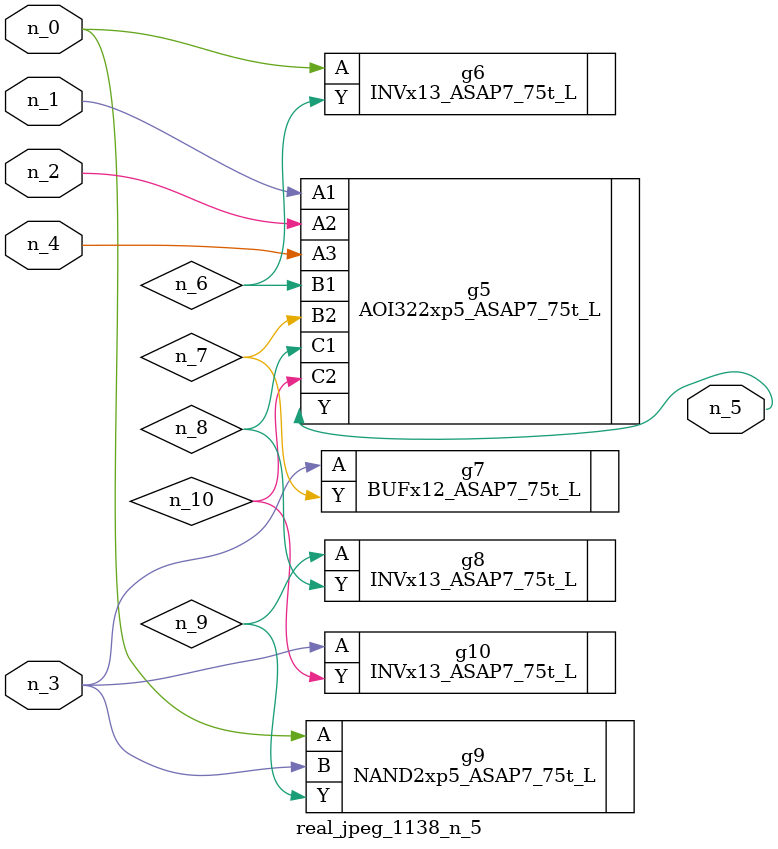
<source format=v>
module real_jpeg_1138_n_5 (n_4, n_0, n_1, n_2, n_3, n_5);

input n_4;
input n_0;
input n_1;
input n_2;
input n_3;

output n_5;

wire n_8;
wire n_6;
wire n_7;
wire n_10;
wire n_9;

INVx13_ASAP7_75t_L g6 ( 
.A(n_0),
.Y(n_6)
);

NAND2xp5_ASAP7_75t_L g9 ( 
.A(n_0),
.B(n_3),
.Y(n_9)
);

AOI322xp5_ASAP7_75t_L g5 ( 
.A1(n_1),
.A2(n_2),
.A3(n_4),
.B1(n_6),
.B2(n_7),
.C1(n_8),
.C2(n_10),
.Y(n_5)
);

BUFx12_ASAP7_75t_L g7 ( 
.A(n_3),
.Y(n_7)
);

INVx13_ASAP7_75t_L g10 ( 
.A(n_3),
.Y(n_10)
);

INVx13_ASAP7_75t_L g8 ( 
.A(n_9),
.Y(n_8)
);


endmodule
</source>
